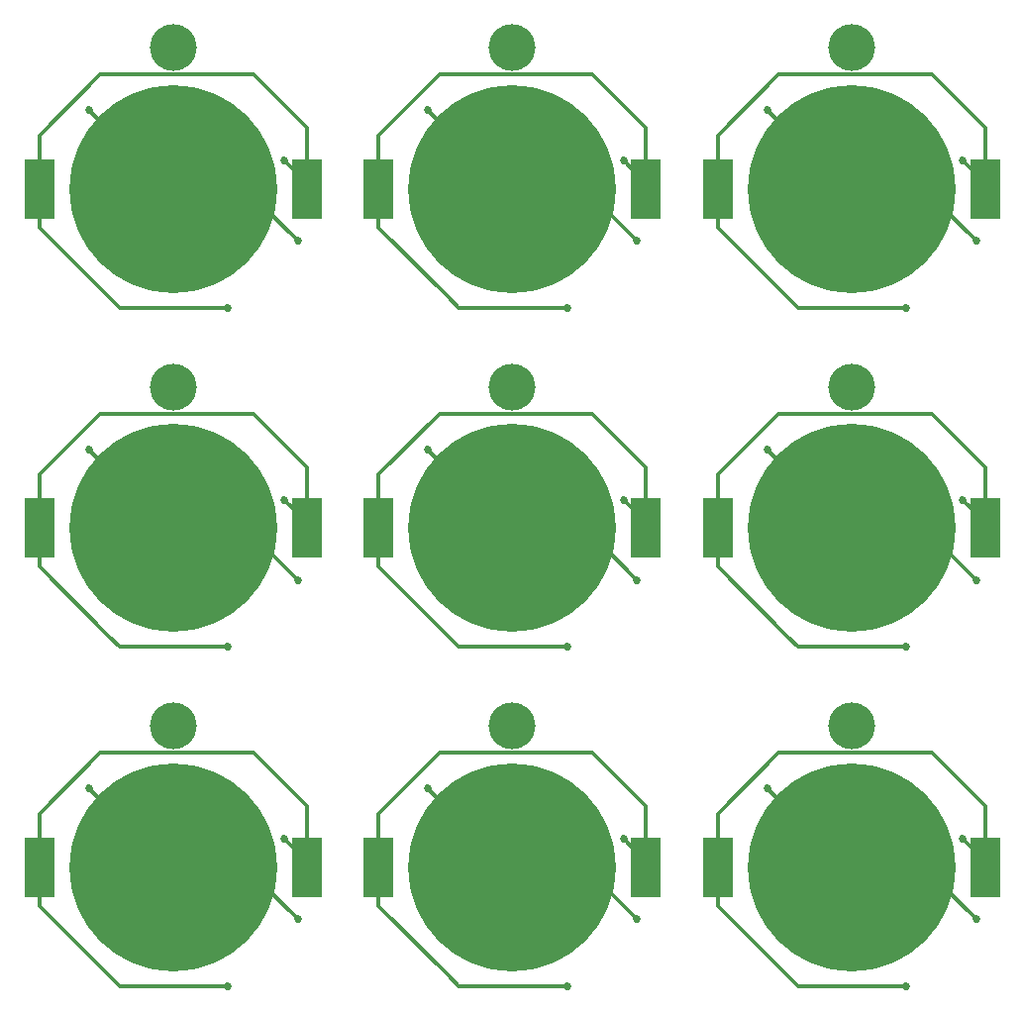
<source format=gbl>
%MOIN*%
%OFA0B0*%
%FSLAX46Y46*%
%IPPOS*%
%LPD*%
%ADD10C,0.0039370078740157488*%
%ADD11C,0.15748031496062992*%
%ADD12C,0.70000000000000007*%
%ADD13R,0.1X0.2*%
%ADD14C,0.027*%
%ADD15C,0.012000000000000002*%
%ADD26C,0.0039370078740157488*%
%ADD27C,0.15748031496062992*%
%ADD28C,0.70000000000000007*%
%ADD29R,0.1X0.2*%
%ADD30C,0.027*%
%ADD31C,0.012000000000000002*%
%ADD32C,0.0039370078740157488*%
%ADD33C,0.15748031496062992*%
%ADD34C,0.70000000000000007*%
%ADD35R,0.1X0.2*%
%ADD36C,0.027*%
%ADD37C,0.012000000000000002*%
%ADD38C,0.0039370078740157488*%
%ADD39C,0.15748031496062992*%
%ADD40C,0.70000000000000007*%
%ADD41R,0.1X0.2*%
%ADD42C,0.027*%
%ADD43C,0.012000000000000002*%
%ADD44C,0.0039370078740157488*%
%ADD45C,0.15748031496062992*%
%ADD46C,0.70000000000000007*%
%ADD47R,0.1X0.2*%
%ADD48C,0.027*%
%ADD49C,0.012000000000000002*%
%ADD50C,0.0039370078740157488*%
%ADD51C,0.15748031496062992*%
%ADD52C,0.70000000000000007*%
%ADD53R,0.1X0.2*%
%ADD54C,0.027*%
%ADD55C,0.012000000000000002*%
%ADD56C,0.0039370078740157488*%
%ADD57C,0.15748031496062992*%
%ADD58C,0.70000000000000007*%
%ADD59R,0.1X0.2*%
%ADD60C,0.027*%
%ADD61C,0.012000000000000002*%
%ADD62C,0.0039370078740157488*%
%ADD63C,0.15748031496062992*%
%ADD64C,0.70000000000000007*%
%ADD65R,0.1X0.2*%
%ADD66C,0.027*%
%ADD67C,0.012000000000000002*%
%ADD68C,0.0039370078740157488*%
%ADD69C,0.15748031496062992*%
%ADD70C,0.70000000000000007*%
%ADD71R,0.1X0.2*%
%ADD72C,0.027*%
%ADD73C,0.012000000000000002*%
G01G01*
D10*
D11*
X-0007643492Y0004156443D02*
X0000531507Y0000956443D03*
D12*
X0000531507Y0000481443D03*
D13*
X0000981507Y0000481443D03*
X0000081507Y0000481443D03*
D14*
X0000249007Y0000746443D03*
X0000951507Y0000306443D03*
X0000716507Y0000081443D03*
X0000906507Y0000576443D03*
D15*
X0000249007Y0000746443D02*
X0000491507Y0000481443D01*
X0000491507Y0000481443D02*
X0000531507Y0000481443D01*
X0000951507Y0000306443D02*
X0000776507Y0000481443D01*
X0000776507Y0000481443D02*
X0000531507Y0000481443D01*
X0000316507Y0000116443D02*
X0000351507Y0000081443D01*
X0000316507Y0000116443D02*
X0000081507Y0000351443D01*
X0000081507Y0000481443D02*
X0000081507Y0000351443D01*
X0000351507Y0000081443D02*
X0000716507Y0000081443D01*
X0000906507Y0000576443D02*
X0000981507Y0000501443D01*
X0000981507Y0000501443D02*
X0000981507Y0000481443D01*
X0000981507Y0000481443D02*
X0000981507Y0000686443D01*
X0000981507Y0000686443D02*
X0000801507Y0000866443D01*
X0000801507Y0000866443D02*
X0000286507Y0000866443D01*
X0000286507Y0000866443D02*
X0000081507Y0000661443D01*
X0000081507Y0000661443D02*
X0000081507Y0000481443D01*
G04 next file*
G04 #@! TF.FileFunction,Copper,L2,Bot,Signal*
G04 Gerber Fmt 4.6, Leading zero omitted, Abs format (unit mm)*
G04 Created by KiCad (PCBNEW 4.0.7) date 06/29/18 14:26:30*
G01G01*
G04 APERTURE LIST*
G04 APERTURE END LIST*
D26*
D27*
X-0006501738Y0004156443D02*
X0001673261Y0000956443D03*
D28*
X0001673261Y0000481443D03*
D29*
X0002123261Y0000481443D03*
X0001223261Y0000481443D03*
D30*
X0001390761Y0000746443D03*
X0002093261Y0000306443D03*
X0001858261Y0000081443D03*
X0002048261Y0000576443D03*
D31*
X0001390761Y0000746443D02*
X0001633261Y0000481443D01*
X0001633261Y0000481443D02*
X0001673261Y0000481443D01*
X0002093261Y0000306443D02*
X0001918261Y0000481443D01*
X0001918261Y0000481443D02*
X0001673261Y0000481443D01*
X0001458261Y0000116443D02*
X0001493261Y0000081443D01*
X0001458261Y0000116443D02*
X0001223261Y0000351443D01*
X0001223261Y0000481443D02*
X0001223261Y0000351443D01*
X0001493261Y0000081443D02*
X0001858261Y0000081443D01*
X0002048261Y0000576443D02*
X0002123261Y0000501443D01*
X0002123261Y0000501443D02*
X0002123261Y0000481443D01*
X0002123261Y0000481443D02*
X0002123261Y0000686443D01*
X0002123261Y0000686443D02*
X0001943261Y0000866443D01*
X0001943261Y0000866443D02*
X0001428261Y0000866443D01*
X0001428261Y0000866443D02*
X0001223261Y0000661443D01*
X0001223261Y0000661443D02*
X0001223261Y0000481443D01*
G04 next file*
G04 #@! TF.FileFunction,Copper,L2,Bot,Signal*
G04 Gerber Fmt 4.6, Leading zero omitted, Abs format (unit mm)*
G04 Created by KiCad (PCBNEW 4.0.7) date 06/29/18 14:26:30*
G01G01*
G04 APERTURE LIST*
G04 APERTURE END LIST*
D32*
D33*
X-0005359983Y0004156443D02*
X0002815016Y0000956443D03*
D34*
X0002815016Y0000481443D03*
D35*
X0003265016Y0000481443D03*
X0002365016Y0000481443D03*
D36*
X0002532516Y0000746443D03*
X0003235016Y0000306443D03*
X0003000016Y0000081443D03*
X0003190016Y0000576443D03*
D37*
X0002532516Y0000746443D02*
X0002775016Y0000481443D01*
X0002775016Y0000481443D02*
X0002815016Y0000481443D01*
X0003235016Y0000306443D02*
X0003060016Y0000481443D01*
X0003060016Y0000481443D02*
X0002815016Y0000481443D01*
X0002600016Y0000116443D02*
X0002635016Y0000081443D01*
X0002600016Y0000116443D02*
X0002365016Y0000351443D01*
X0002365016Y0000481443D02*
X0002365016Y0000351443D01*
X0002635016Y0000081443D02*
X0003000016Y0000081443D01*
X0003190016Y0000576443D02*
X0003265016Y0000501443D01*
X0003265016Y0000501443D02*
X0003265016Y0000481443D01*
X0003265016Y0000481443D02*
X0003265016Y0000686443D01*
X0003265016Y0000686443D02*
X0003085016Y0000866443D01*
X0003085016Y0000866443D02*
X0002570016Y0000866443D01*
X0002570016Y0000866443D02*
X0002365016Y0000661443D01*
X0002365016Y0000661443D02*
X0002365016Y0000481443D01*
G04 next file*
G04 #@! TF.FileFunction,Copper,L2,Bot,Signal*
G04 Gerber Fmt 4.6, Leading zero omitted, Abs format (unit mm)*
G04 Created by KiCad (PCBNEW 4.0.7) date 06/29/18 14:26:30*
G01G01*
G04 APERTURE LIST*
G04 APERTURE END LIST*
D38*
D39*
X-0007643492Y0005298069D02*
X0000531507Y0002098069D03*
D40*
X0000531507Y0001623069D03*
D41*
X0000981507Y0001623069D03*
X0000081507Y0001623069D03*
D42*
X0000249007Y0001888069D03*
X0000951507Y0001448069D03*
X0000716507Y0001223069D03*
X0000906507Y0001718069D03*
D43*
X0000249007Y0001888069D02*
X0000491507Y0001623069D01*
X0000491507Y0001623069D02*
X0000531507Y0001623069D01*
X0000951507Y0001448069D02*
X0000776507Y0001623069D01*
X0000776507Y0001623069D02*
X0000531507Y0001623069D01*
X0000316507Y0001258069D02*
X0000351507Y0001223069D01*
X0000316507Y0001258069D02*
X0000081507Y0001493069D01*
X0000081507Y0001623069D02*
X0000081507Y0001493069D01*
X0000351507Y0001223069D02*
X0000716507Y0001223069D01*
X0000906507Y0001718069D02*
X0000981507Y0001643069D01*
X0000981507Y0001643069D02*
X0000981507Y0001623069D01*
X0000981507Y0001623069D02*
X0000981507Y0001828069D01*
X0000981507Y0001828069D02*
X0000801507Y0002008069D01*
X0000801507Y0002008069D02*
X0000286507Y0002008069D01*
X0000286507Y0002008069D02*
X0000081507Y0001803069D01*
X0000081507Y0001803069D02*
X0000081507Y0001623069D01*
G04 next file*
G04 #@! TF.FileFunction,Copper,L2,Bot,Signal*
G04 Gerber Fmt 4.6, Leading zero omitted, Abs format (unit mm)*
G04 Created by KiCad (PCBNEW 4.0.7) date 06/29/18 14:26:30*
G01G01*
G04 APERTURE LIST*
G04 APERTURE END LIST*
D44*
D45*
X-0007643492Y0006439695D02*
X0000531507Y0003239695D03*
D46*
X0000531507Y0002764695D03*
D47*
X0000981507Y0002764695D03*
X0000081507Y0002764695D03*
D48*
X0000249007Y0003029695D03*
X0000951507Y0002589695D03*
X0000716507Y0002364695D03*
X0000906507Y0002859695D03*
D49*
X0000249007Y0003029695D02*
X0000491507Y0002764695D01*
X0000491507Y0002764695D02*
X0000531507Y0002764695D01*
X0000951507Y0002589695D02*
X0000776507Y0002764695D01*
X0000776507Y0002764695D02*
X0000531507Y0002764695D01*
X0000316507Y0002399695D02*
X0000351507Y0002364695D01*
X0000316507Y0002399695D02*
X0000081507Y0002634695D01*
X0000081507Y0002764695D02*
X0000081507Y0002634695D01*
X0000351507Y0002364695D02*
X0000716507Y0002364695D01*
X0000906507Y0002859695D02*
X0000981507Y0002784695D01*
X0000981507Y0002784695D02*
X0000981507Y0002764695D01*
X0000981507Y0002764695D02*
X0000981507Y0002969695D01*
X0000981507Y0002969695D02*
X0000801507Y0003149695D01*
X0000801507Y0003149695D02*
X0000286507Y0003149695D01*
X0000286507Y0003149695D02*
X0000081507Y0002944695D01*
X0000081507Y0002944695D02*
X0000081507Y0002764695D01*
G04 next file*
G04 #@! TF.FileFunction,Copper,L2,Bot,Signal*
G04 Gerber Fmt 4.6, Leading zero omitted, Abs format (unit mm)*
G04 Created by KiCad (PCBNEW 4.0.7) date 06/29/18 14:26:30*
G01G01*
G04 APERTURE LIST*
G04 APERTURE END LIST*
D50*
D51*
X-0006501738Y0005298069D02*
X0001673261Y0002098069D03*
D52*
X0001673261Y0001623069D03*
D53*
X0002123261Y0001623069D03*
X0001223261Y0001623069D03*
D54*
X0001390761Y0001888069D03*
X0002093261Y0001448069D03*
X0001858261Y0001223069D03*
X0002048261Y0001718069D03*
D55*
X0001390761Y0001888069D02*
X0001633261Y0001623069D01*
X0001633261Y0001623069D02*
X0001673261Y0001623069D01*
X0002093261Y0001448069D02*
X0001918261Y0001623069D01*
X0001918261Y0001623069D02*
X0001673261Y0001623069D01*
X0001458261Y0001258069D02*
X0001493261Y0001223069D01*
X0001458261Y0001258069D02*
X0001223261Y0001493069D01*
X0001223261Y0001623069D02*
X0001223261Y0001493069D01*
X0001493261Y0001223069D02*
X0001858261Y0001223069D01*
X0002048261Y0001718069D02*
X0002123261Y0001643069D01*
X0002123261Y0001643069D02*
X0002123261Y0001623069D01*
X0002123261Y0001623069D02*
X0002123261Y0001828069D01*
X0002123261Y0001828069D02*
X0001943261Y0002008069D01*
X0001943261Y0002008069D02*
X0001428261Y0002008069D01*
X0001428261Y0002008069D02*
X0001223261Y0001803069D01*
X0001223261Y0001803069D02*
X0001223261Y0001623069D01*
G04 next file*
G04 #@! TF.FileFunction,Copper,L2,Bot,Signal*
G04 Gerber Fmt 4.6, Leading zero omitted, Abs format (unit mm)*
G04 Created by KiCad (PCBNEW 4.0.7) date 06/29/18 14:26:30*
G01G01*
G04 APERTURE LIST*
G04 APERTURE END LIST*
D56*
D57*
X-0005359983Y0005298069D02*
X0002815016Y0002098069D03*
D58*
X0002815016Y0001623069D03*
D59*
X0003265016Y0001623069D03*
X0002365016Y0001623069D03*
D60*
X0002532516Y0001888069D03*
X0003235016Y0001448069D03*
X0003000016Y0001223069D03*
X0003190016Y0001718069D03*
D61*
X0002532516Y0001888069D02*
X0002775016Y0001623069D01*
X0002775016Y0001623069D02*
X0002815016Y0001623069D01*
X0003235016Y0001448069D02*
X0003060016Y0001623069D01*
X0003060016Y0001623069D02*
X0002815016Y0001623069D01*
X0002600016Y0001258069D02*
X0002635016Y0001223069D01*
X0002600016Y0001258069D02*
X0002365016Y0001493069D01*
X0002365016Y0001623069D02*
X0002365016Y0001493069D01*
X0002635016Y0001223069D02*
X0003000016Y0001223069D01*
X0003190016Y0001718069D02*
X0003265016Y0001643069D01*
X0003265016Y0001643069D02*
X0003265016Y0001623069D01*
X0003265016Y0001623069D02*
X0003265016Y0001828069D01*
X0003265016Y0001828069D02*
X0003085016Y0002008069D01*
X0003085016Y0002008069D02*
X0002570016Y0002008069D01*
X0002570016Y0002008069D02*
X0002365016Y0001803069D01*
X0002365016Y0001803069D02*
X0002365016Y0001623069D01*
G04 next file*
G04 #@! TF.FileFunction,Copper,L2,Bot,Signal*
G04 Gerber Fmt 4.6, Leading zero omitted, Abs format (unit mm)*
G04 Created by KiCad (PCBNEW 4.0.7) date 06/29/18 14:26:30*
G01G01*
G04 APERTURE LIST*
G04 APERTURE END LIST*
D62*
D63*
X-0006501738Y0006439695D02*
X0001673261Y0003239695D03*
D64*
X0001673261Y0002764695D03*
D65*
X0002123261Y0002764695D03*
X0001223261Y0002764695D03*
D66*
X0001390761Y0003029695D03*
X0002093261Y0002589695D03*
X0001858261Y0002364695D03*
X0002048261Y0002859695D03*
D67*
X0001390761Y0003029695D02*
X0001633261Y0002764695D01*
X0001633261Y0002764695D02*
X0001673261Y0002764695D01*
X0002093261Y0002589695D02*
X0001918261Y0002764695D01*
X0001918261Y0002764695D02*
X0001673261Y0002764695D01*
X0001458261Y0002399695D02*
X0001493261Y0002364695D01*
X0001458261Y0002399695D02*
X0001223261Y0002634695D01*
X0001223261Y0002764695D02*
X0001223261Y0002634695D01*
X0001493261Y0002364695D02*
X0001858261Y0002364695D01*
X0002048261Y0002859695D02*
X0002123261Y0002784695D01*
X0002123261Y0002784695D02*
X0002123261Y0002764695D01*
X0002123261Y0002764695D02*
X0002123261Y0002969695D01*
X0002123261Y0002969695D02*
X0001943261Y0003149695D01*
X0001943261Y0003149695D02*
X0001428261Y0003149695D01*
X0001428261Y0003149695D02*
X0001223261Y0002944695D01*
X0001223261Y0002944695D02*
X0001223261Y0002764695D01*
G04 next file*
G04 #@! TF.FileFunction,Copper,L2,Bot,Signal*
G04 Gerber Fmt 4.6, Leading zero omitted, Abs format (unit mm)*
G04 Created by KiCad (PCBNEW 4.0.7) date 06/29/18 14:26:30*
G01G01*
G04 APERTURE LIST*
G04 APERTURE END LIST*
D68*
D69*
X-0005359983Y0006439695D02*
X0002815016Y0003239695D03*
D70*
X0002815016Y0002764695D03*
D71*
X0003265016Y0002764695D03*
X0002365016Y0002764695D03*
D72*
X0002532516Y0003029695D03*
X0003235016Y0002589695D03*
X0003000016Y0002364695D03*
X0003190016Y0002859695D03*
D73*
X0002532516Y0003029695D02*
X0002775016Y0002764695D01*
X0002775016Y0002764695D02*
X0002815016Y0002764695D01*
X0003235016Y0002589695D02*
X0003060016Y0002764695D01*
X0003060016Y0002764695D02*
X0002815016Y0002764695D01*
X0002600016Y0002399695D02*
X0002635016Y0002364695D01*
X0002600016Y0002399695D02*
X0002365016Y0002634695D01*
X0002365016Y0002764695D02*
X0002365016Y0002634695D01*
X0002635016Y0002364695D02*
X0003000016Y0002364695D01*
X0003190016Y0002859695D02*
X0003265016Y0002784695D01*
X0003265016Y0002784695D02*
X0003265016Y0002764695D01*
X0003265016Y0002764695D02*
X0003265016Y0002969695D01*
X0003265016Y0002969695D02*
X0003085016Y0003149695D01*
X0003085016Y0003149695D02*
X0002570016Y0003149695D01*
X0002570016Y0003149695D02*
X0002365016Y0002944695D01*
X0002365016Y0002944695D02*
X0002365016Y0002764695D01*
M02*
</source>
